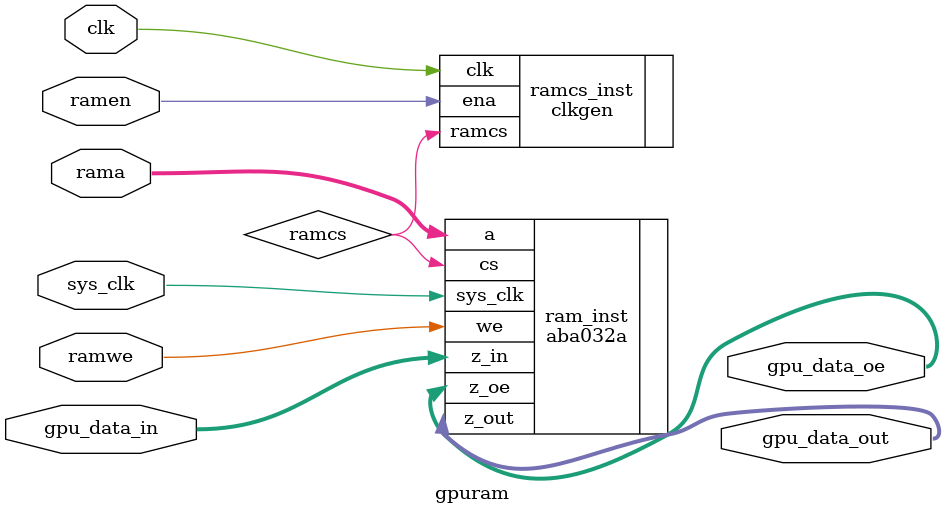
<source format=v>
/* verilator lint_off LITENDIAN */
//`include "defs.v"

module gpuram
(
	output [0:31] gpu_data_out,
	output [0:31] gpu_data_oe,
	input [0:31] gpu_data_in,
	input clk,
	input [0:9] rama,
	input ramen,
	input ramwe,
	input sys_clk // Generated
);
wire ramcs;

// GPU_RAM.NET (52) - ramcs : clkgen
clkgen ramcs_inst
(
	.ramcs /* OUT */ (ramcs),
	.clk /* IN */ (clk),
	.ena /* IN */ (ramen)
);

// GPU_RAM.NET (69) - ram : aba032a
aba032a ram_inst
(
	.z_out /* BUS */ ({gpu_data_out[0],gpu_data_out[1],gpu_data_out[2],gpu_data_out[3],gpu_data_out[4],gpu_data_out[5],gpu_data_out[6],gpu_data_out[7],gpu_data_out[8],gpu_data_out[9],gpu_data_out[10],gpu_data_out[11],gpu_data_out[12],gpu_data_out[13],gpu_data_out[14],gpu_data_out[15],gpu_data_out[16],gpu_data_out[17],gpu_data_out[18],gpu_data_out[19],gpu_data_out[20],gpu_data_out[21],gpu_data_out[22],gpu_data_out[23],gpu_data_out[24],gpu_data_out[25],gpu_data_out[26],gpu_data_out[27],gpu_data_out[28],gpu_data_out[29],gpu_data_out[30],gpu_data_out[31]}),
	.z_oe /* BUS */ ({gpu_data_oe[0],gpu_data_oe[1],gpu_data_oe[2],gpu_data_oe[3],gpu_data_oe[4],gpu_data_oe[5],gpu_data_oe[6],gpu_data_oe[7],gpu_data_oe[8],gpu_data_oe[9],gpu_data_oe[10],gpu_data_oe[11],gpu_data_oe[12],gpu_data_oe[13],gpu_data_oe[14],gpu_data_oe[15],gpu_data_oe[16],gpu_data_oe[17],gpu_data_oe[18],gpu_data_oe[19],gpu_data_oe[20],gpu_data_oe[21],gpu_data_oe[22],gpu_data_oe[23],gpu_data_oe[24],gpu_data_oe[25],gpu_data_oe[26],gpu_data_oe[27],gpu_data_oe[28],gpu_data_oe[29],gpu_data_oe[30],gpu_data_oe[31]}),
	.z_in /* BUS */ ({gpu_data_in[0],gpu_data_in[1],gpu_data_in[2],gpu_data_in[3],gpu_data_in[4],gpu_data_in[5],gpu_data_in[6],gpu_data_in[7],gpu_data_in[8],gpu_data_in[9],gpu_data_in[10],gpu_data_in[11],gpu_data_in[12],gpu_data_in[13],gpu_data_in[14],gpu_data_in[15],gpu_data_in[16],gpu_data_in[17],gpu_data_in[18],gpu_data_in[19],gpu_data_in[20],gpu_data_in[21],gpu_data_in[22],gpu_data_in[23],gpu_data_in[24],gpu_data_in[25],gpu_data_in[26],gpu_data_in[27],gpu_data_in[28],gpu_data_in[29],gpu_data_in[30],gpu_data_in[31]}),
	.cs /* IN */ (ramcs),
	.we /* IN */ (ramwe),
	.a /* IN */ ({rama[0],rama[1],rama[2],rama[3],rama[4],rama[5],rama[6],rama[7],rama[8],rama[9]}),
	.sys_clk(sys_clk) // Generated
);
endmodule
/* verilator lint_on LITENDIAN */

</source>
